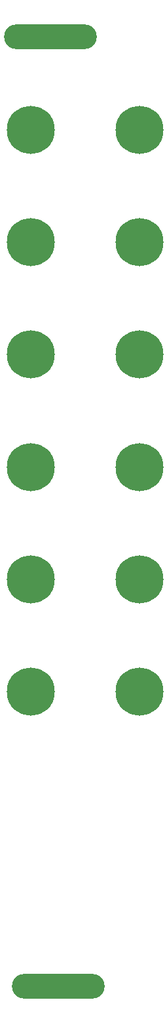
<source format=gbs>
%TF.GenerationSoftware,KiCad,Pcbnew,(6.0.1)*%
%TF.CreationDate,2022-10-13T12:36:58-04:00*%
%TF.ProjectId,SYNTH-MIXER5-01_PANEL,53594e54-482d-44d4-9958-4552352d3031,1*%
%TF.SameCoordinates,Original*%
%TF.FileFunction,Soldermask,Bot*%
%TF.FilePolarity,Negative*%
%FSLAX46Y46*%
G04 Gerber Fmt 4.6, Leading zero omitted, Abs format (unit mm)*
G04 Created by KiCad (PCBNEW (6.0.1)) date 2022-10-13 12:36:58*
%MOMM*%
%LPD*%
G01*
G04 APERTURE LIST*
%ADD10C,6.200000*%
%ADD11O,12.000000X3.200000*%
G04 APERTURE END LIST*
D10*
%TO.C,*%
X62500000Y-87500000D03*
%TD*%
%TO.C,*%
X62500000Y-44000000D03*
%TD*%
%TO.C,*%
X48500000Y-73000000D03*
%TD*%
%TO.C,*%
X48500000Y-44000000D03*
%TD*%
%TO.C,*%
X62500000Y-15000000D03*
%TD*%
%TO.C,*%
X62500000Y-29500000D03*
%TD*%
D11*
%TO.C,*%
X51000000Y-3000000D03*
X51000000Y-3000000D03*
X51000000Y-3000000D03*
%TD*%
%TO.C,*%
X52000000Y-125500000D03*
X52000000Y-125500000D03*
X52000000Y-125500000D03*
%TD*%
D10*
%TO.C,*%
X48500000Y-15000000D03*
%TD*%
%TO.C,*%
X48500000Y-29500000D03*
%TD*%
%TO.C,*%
X48500000Y-87500000D03*
%TD*%
%TO.C,*%
X62500000Y-58500000D03*
%TD*%
%TO.C,*%
X62500000Y-73000000D03*
%TD*%
%TO.C,*%
X48500000Y-58500000D03*
%TD*%
M02*

</source>
